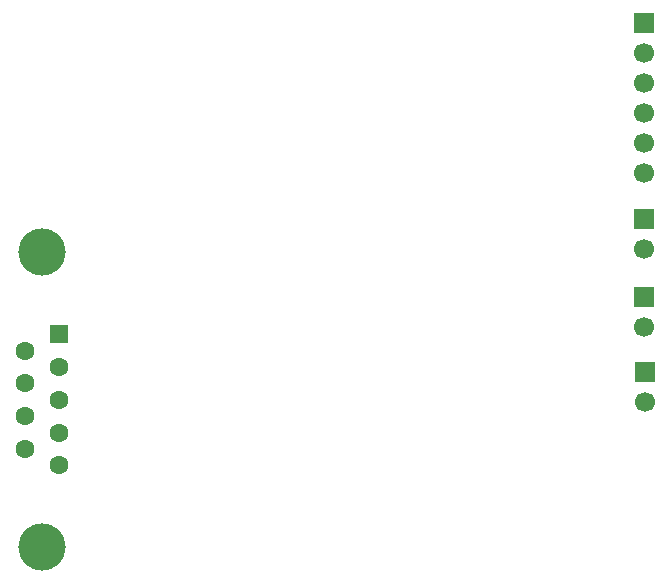
<source format=gbr>
%TF.GenerationSoftware,KiCad,Pcbnew,9.0.2*%
%TF.CreationDate,2025-08-22T10:47:20-03:00*%
%TF.ProjectId,Projeto SIllion,50726f6a-6574-46f2-9053-496c6c696f6e,rev?*%
%TF.SameCoordinates,Original*%
%TF.FileFunction,Soldermask,Bot*%
%TF.FilePolarity,Negative*%
%FSLAX46Y46*%
G04 Gerber Fmt 4.6, Leading zero omitted, Abs format (unit mm)*
G04 Created by KiCad (PCBNEW 9.0.2) date 2025-08-22 10:47:20*
%MOMM*%
%LPD*%
G01*
G04 APERTURE LIST*
%ADD10R,1.700000X1.700000*%
%ADD11C,1.700000*%
%ADD12C,4.000000*%
%ADD13R,1.600000X1.600000*%
%ADD14C,1.600000*%
G04 APERTURE END LIST*
D10*
%TO.C,J6*%
X154450000Y-69380000D03*
D11*
X154450000Y-71920000D03*
X154450000Y-74460000D03*
X154450000Y-77000000D03*
X154450000Y-79540000D03*
X154450000Y-82080000D03*
%TD*%
D12*
%TO.C,J4*%
X103470000Y-88745000D03*
X103470000Y-113745000D03*
D13*
X104890000Y-95705000D03*
D14*
X104890000Y-98475000D03*
X104890000Y-101245000D03*
X104890000Y-104015000D03*
X104890000Y-106785000D03*
X102050000Y-97090000D03*
X102050000Y-99860000D03*
X102050000Y-102630000D03*
X102050000Y-105400000D03*
%TD*%
D10*
%TO.C,J1*%
X154450000Y-92520000D03*
D11*
X154450000Y-95060000D03*
%TD*%
D10*
%TO.C,J5*%
X154450000Y-85970000D03*
D11*
X154450000Y-88510000D03*
%TD*%
D10*
%TO.C,J3*%
X154500000Y-98870000D03*
D11*
X154500000Y-101410000D03*
%TD*%
M02*

</source>
